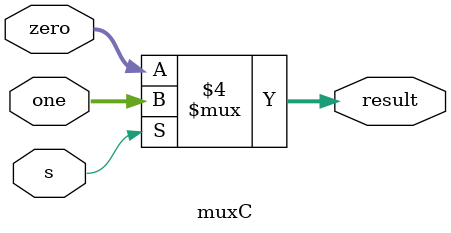
<source format=v>
module muxC (output reg [31:0] result, input s, input [31:0] zero, one);

  always @(s,zero, one)
    if (s == 0) begin
      result = zero;
    end else begin
      result = one;
    end
endmodule
</source>
